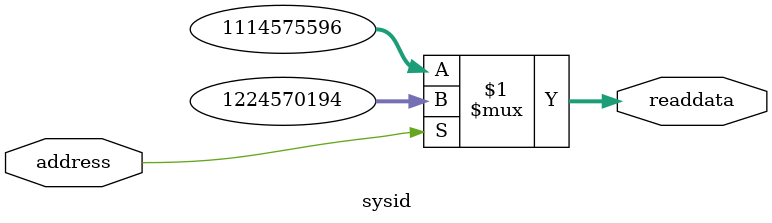
<source format=v>

`timescale 1ns / 1ps
// synthesis translate_on

// turn off superfluous verilog processor warnings 
// altera message_level Level1 
// altera message_off 10034 10035 10036 10037 10230 10240 10030 

module sysid (
               // inputs:
                address,

               // outputs:
                readdata
             )
;

  output  [ 31: 0] readdata;
  input            address;

  wire    [ 31: 0] readdata;
  //control_slave, which is an e_avalon_slave
  assign readdata = address ? 1224570194 : 1114575596;

endmodule


</source>
